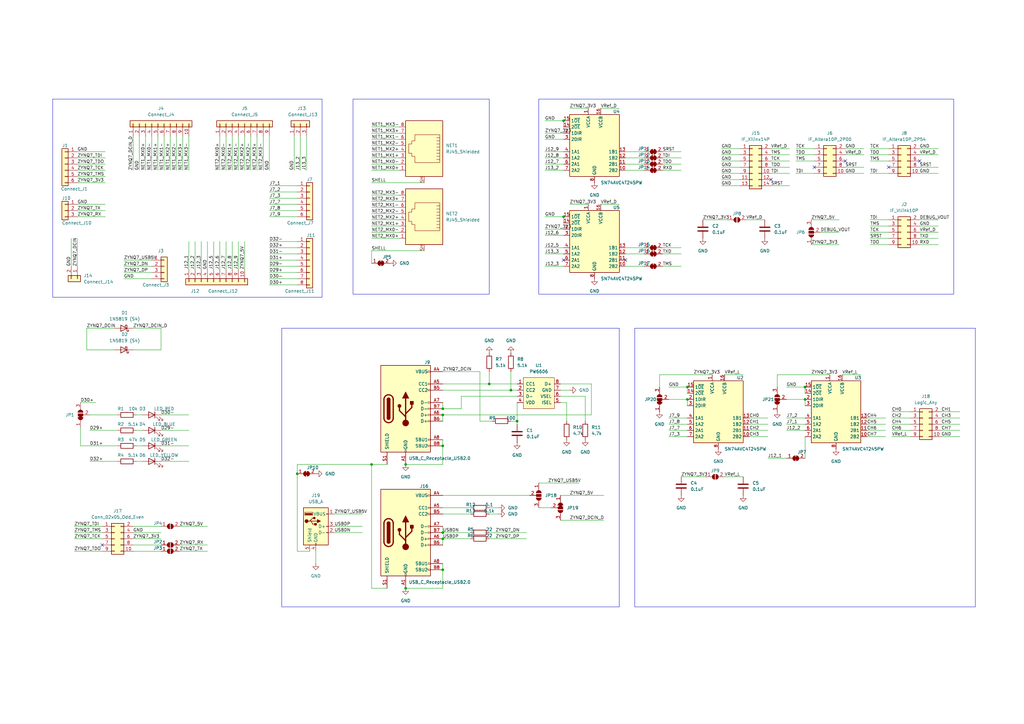
<source format=kicad_sch>
(kicad_sch (version 20230121) (generator eeschema)
  (paper "A3")
  (junction (at 281.94 163.83))
  (junction (at 200.66 157.48))
  (junction (at 181.61 220.98))
  (junction (at 231.14 88.9))
  (junction (at 181.61 170.18))
  (junction (at 330.2 163.83))
  (junction (at 121.92 194.31))
  (junction (at 212.09 172.72))
  (junction (at 152.4 190.5))
  (junction (at 181.61 167.64))
  (junction (at 181.61 233.68))
  (junction (at 166.37 190.5))
  (junction (at 281.94 158.75))
  (junction (at 166.37 241.3))
  (junction (at 231.14 49.53))
  (junction (at 181.61 182.88))
  (junction (at 181.61 218.44))
  (junction (at 330.2 158.75))
  (junction (at 209.55 160.02))
  (no_connect (at 256.54 106.68))
  (no_connect (at 316.23 73.66))
  (no_connect (at 334.01 68.58))
  (no_connect (at 346.71 66.04))
  (no_connect (at 231.14 106.68))
  (no_connect (at 377.19 66.04))
  (no_connect (at 364.49 68.58))
  (no_connect (at 41.91 223.52))
  (wire (pts (xy 31.75 67.31) (xy 43.18 67.31)))
  (wire (pts (xy 386.08 168.91) (xy 393.7 168.91)))
  (wire (pts (xy 307.34 171.45) (xy 314.96 171.45)))
  (wire (pts (xy 377.19 100.33) (xy 384.81 100.33)))
  (wire (pts (xy 233.68 44.45) (xy 241.3 44.45)))
  (wire (pts (xy 92.71 110.49) (xy 92.71 99.06)))
  (wire (pts (xy 271.78 62.23) (xy 279.4 62.23)))
  (wire (pts (xy 31.75 86.36) (xy 43.18 86.36)))
  (wire (pts (xy 152.4 67.31) (xy 163.83 67.31)))
  (wire (pts (xy 181.61 170.18) (xy 181.61 172.72)))
  (wire (pts (xy 204.47 210.82) (xy 200.66 210.82)))
  (wire (pts (xy 92.71 69.85) (xy 92.71 55.88)))
  (wire (pts (xy 295.91 68.58) (xy 303.53 68.58)))
  (wire (pts (xy 67.31 69.85) (xy 67.31 55.88)))
  (wire (pts (xy 50.8 106.68) (xy 62.23 106.68)))
  (wire (pts (xy 90.17 110.49) (xy 90.17 99.06)))
  (wire (pts (xy 377.19 90.17) (xy 384.81 90.17)))
  (wire (pts (xy 297.18 153.67) (xy 304.8 153.67)))
  (wire (pts (xy 242.57 157.48) (xy 229.87 157.48)))
  (wire (pts (xy 181.61 241.3) (xy 166.37 241.3)))
  (wire (pts (xy 346.71 71.12) (xy 354.33 71.12)))
  (wire (pts (xy 50.8 114.3) (xy 62.23 114.3)))
  (wire (pts (xy 110.49 99.06) (xy 121.92 99.06)))
  (wire (pts (xy 66.04 134.62) (xy 54.61 134.62)))
  (wire (pts (xy 281.94 163.83) (xy 281.94 166.37)))
  (wire (pts (xy 209.55 172.72) (xy 212.09 172.72)))
  (wire (pts (xy 35.56 143.51) (xy 35.56 134.62)))
  (wire (pts (xy 316.23 60.96) (xy 323.85 60.96)))
  (wire (pts (xy 223.52 104.14) (xy 231.14 104.14)))
  (wire (pts (xy 223.52 69.85) (xy 231.14 69.85)))
  (wire (pts (xy 232.41 165.1) (xy 232.41 172.72)))
  (wire (pts (xy 223.52 88.9) (xy 231.14 88.9)))
  (wire (pts (xy 307.34 176.53) (xy 314.96 176.53)))
  (wire (pts (xy 336.55 95.25) (xy 344.17 95.25)))
  (wire (pts (xy 377.19 60.96) (xy 384.81 60.96)))
  (wire (pts (xy 356.87 63.5) (xy 364.49 63.5)))
  (wire (pts (xy 346.71 68.58) (xy 354.33 68.58)))
  (wire (pts (xy 121.92 226.06) (xy 127 226.06)))
  (wire (pts (xy 355.6 179.07) (xy 363.22 179.07)))
  (wire (pts (xy 316.23 76.2) (xy 323.85 76.2)))
  (wire (pts (xy 256.54 109.22) (xy 264.16 109.22)))
  (wire (pts (xy 36.83 170.18) (xy 48.26 170.18)))
  (wire (pts (xy 54.61 223.52) (xy 66.04 223.52)))
  (wire (pts (xy 110.49 116.84) (xy 121.92 116.84)))
  (wire (pts (xy 31.75 62.23) (xy 43.18 62.23)))
  (wire (pts (xy 223.52 101.6) (xy 231.14 101.6)))
  (wire (pts (xy 200.66 152.4) (xy 200.66 157.48)))
  (wire (pts (xy 223.52 96.52) (xy 231.14 96.52)))
  (wire (pts (xy 209.55 152.4) (xy 209.55 160.02)))
  (wire (pts (xy 246.38 83.82) (xy 254 83.82)))
  (wire (pts (xy 30.48 220.98) (xy 41.91 220.98)))
  (wire (pts (xy 355.6 176.53) (xy 363.22 176.53)))
  (wire (pts (xy 365.76 168.91) (xy 373.38 168.91)))
  (wire (pts (xy 279.4 195.58) (xy 289.56 195.58)))
  (wire (pts (xy 121.92 194.31) (xy 121.92 226.06)))
  (wire (pts (xy 137.16 215.9) (xy 148.59 215.9)))
  (wire (pts (xy 97.79 69.85) (xy 97.79 55.88)))
  (wire (pts (xy 85.09 110.49) (xy 85.09 99.06)))
  (wire (pts (xy 377.19 71.12) (xy 384.81 71.12)))
  (wire (pts (xy 30.48 218.44) (xy 41.91 218.44)))
  (wire (pts (xy 229.87 162.56) (xy 240.03 162.56)))
  (wire (pts (xy 110.49 106.68) (xy 121.92 106.68)))
  (wire (pts (xy 152.4 62.23) (xy 163.83 62.23)))
  (wire (pts (xy 212.09 172.72) (xy 212.09 165.1)))
  (wire (pts (xy 137.16 218.44) (xy 148.59 218.44)))
  (wire (pts (xy 220.98 208.28) (xy 226.06 208.28)))
  (wire (pts (xy 229.87 213.36) (xy 247.65 213.36)))
  (wire (pts (xy 82.55 110.49) (xy 82.55 99.06)))
  (wire (pts (xy 200.66 218.44) (xy 215.9 218.44)))
  (wire (pts (xy 295.91 60.96) (xy 303.53 60.96)))
  (wire (pts (xy 181.61 157.48) (xy 200.66 157.48)))
  (wire (pts (xy 62.23 69.85) (xy 62.23 55.88)))
  (wire (pts (xy 66.04 170.18) (xy 77.47 170.18)))
  (wire (pts (xy 152.4 85.09) (xy 163.83 85.09)))
  (wire (pts (xy 307.34 179.07) (xy 314.96 179.07)))
  (wire (pts (xy 377.19 92.71) (xy 384.81 92.71)))
  (wire (pts (xy 356.87 97.79) (xy 364.49 97.79)))
  (wire (pts (xy 229.87 203.2) (xy 247.65 203.2)))
  (wire (pts (xy 110.49 81.28) (xy 121.92 81.28)))
  (wire (pts (xy 330.2 179.07) (xy 330.2 187.96)))
  (wire (pts (xy 295.91 73.66) (xy 303.53 73.66)))
  (wire (pts (xy 233.68 83.82) (xy 241.3 83.82)))
  (wire (pts (xy 54.61 69.85) (xy 54.61 55.88)))
  (wire (pts (xy 200.66 157.48) (xy 212.09 157.48)))
  (wire (pts (xy 356.87 71.12) (xy 364.49 71.12)))
  (wire (pts (xy 121.92 194.31) (xy 121.92 190.5)))
  (wire (pts (xy 365.76 176.53) (xy 373.38 176.53)))
  (wire (pts (xy 90.17 69.85) (xy 90.17 55.88)))
  (wire (pts (xy 73.66 215.9) (xy 85.09 215.9)))
  (wire (pts (xy 356.87 100.33) (xy 364.49 100.33)))
  (wire (pts (xy 152.4 74.93) (xy 173.99 74.93)))
  (wire (pts (xy 54.61 226.06) (xy 66.04 226.06)))
  (wire (pts (xy 152.4 59.69) (xy 163.83 59.69)))
  (wire (pts (xy 152.4 102.87) (xy 152.4 107.95)))
  (wire (pts (xy 223.52 64.77) (xy 231.14 64.77)))
  (wire (pts (xy 125.73 69.85) (xy 125.73 55.88)))
  (wire (pts (xy 181.61 182.88) (xy 181.61 190.5)))
  (wire (pts (xy 100.33 110.49) (xy 100.33 99.06)))
  (wire (pts (xy 322.58 163.83) (xy 330.2 163.83)))
  (wire (pts (xy 223.52 93.98) (xy 231.14 93.98)))
  (wire (pts (xy 356.87 60.96) (xy 364.49 60.96)))
  (wire (pts (xy 256.54 64.77) (xy 264.16 64.77)))
  (wire (pts (xy 54.61 218.44) (xy 66.04 218.44)))
  (wire (pts (xy 57.15 69.85) (xy 57.15 55.88)))
  (wire (pts (xy 270.51 153.67) (xy 292.1 153.67)))
  (wire (pts (xy 377.19 97.79) (xy 384.81 97.79)))
  (wire (pts (xy 295.91 63.5) (xy 303.53 63.5)))
  (wire (pts (xy 318.77 153.67) (xy 340.36 153.67)))
  (wire (pts (xy 274.32 179.07) (xy 281.94 179.07)))
  (wire (pts (xy 77.47 69.85) (xy 77.47 55.88)))
  (wire (pts (xy 152.4 190.5) (xy 158.75 190.5)))
  (wire (pts (xy 229.87 165.1) (xy 232.41 165.1)))
  (wire (pts (xy 223.52 109.22) (xy 231.14 109.22)))
  (wire (pts (xy 356.87 66.04) (xy 364.49 66.04)))
  (wire (pts (xy 377.19 68.58) (xy 384.81 68.58)))
  (wire (pts (xy 365.76 173.99) (xy 373.38 173.99)))
  (wire (pts (xy 231.14 49.53) (xy 231.14 52.07)))
  (wire (pts (xy 365.76 179.07) (xy 373.38 179.07)))
  (wire (pts (xy 231.14 88.9) (xy 231.14 91.44)))
  (wire (pts (xy 54.61 220.98) (xy 66.04 220.98)))
  (wire (pts (xy 326.39 66.04) (xy 334.01 66.04)))
  (wire (pts (xy 316.23 68.58) (xy 323.85 68.58)))
  (wire (pts (xy 326.39 71.12) (xy 334.01 71.12)))
  (wire (pts (xy 129.54 226.06) (xy 129.54 231.14)))
  (wire (pts (xy 29.21 109.22) (xy 29.21 97.79)))
  (wire (pts (xy 33.02 165.1) (xy 39.37 165.1)))
  (wire (pts (xy 121.92 190.5) (xy 152.4 190.5)))
  (wire (pts (xy 356.87 92.71) (xy 364.49 92.71)))
  (wire (pts (xy 66.04 176.53) (xy 77.47 176.53)))
  (wire (pts (xy 220.98 198.12) (xy 237.49 198.12)))
  (wire (pts (xy 181.61 160.02) (xy 209.55 160.02)))
  (wire (pts (xy 256.54 69.85) (xy 264.16 69.85)))
  (wire (pts (xy 33.02 182.88) (xy 48.26 182.88)))
  (wire (pts (xy 66.04 182.88) (xy 77.47 182.88)))
  (wire (pts (xy 356.87 90.17) (xy 364.49 90.17)))
  (wire (pts (xy 102.87 69.85) (xy 102.87 55.88)))
  (wire (pts (xy 330.2 158.75) (xy 330.2 161.29)))
  (wire (pts (xy 386.08 176.53) (xy 393.7 176.53)))
  (wire (pts (xy 271.78 64.77) (xy 279.4 64.77)))
  (wire (pts (xy 223.52 57.15) (xy 231.14 57.15)))
  (wire (pts (xy 110.49 109.22) (xy 121.92 109.22)))
  (wire (pts (xy 181.61 167.64) (xy 189.23 167.64)))
  (wire (pts (xy 95.25 110.49) (xy 95.25 99.06)))
  (wire (pts (xy 152.4 90.17) (xy 163.83 90.17)))
  (wire (pts (xy 31.75 72.39) (xy 43.18 72.39)))
  (wire (pts (xy 306.07 90.17) (xy 313.69 90.17)))
  (wire (pts (xy 73.66 223.52) (xy 85.09 223.52)))
  (wire (pts (xy 288.29 90.17) (xy 298.45 90.17)))
  (wire (pts (xy 110.49 78.74) (xy 121.92 78.74)))
  (wire (pts (xy 326.39 63.5) (xy 334.01 63.5)))
  (wire (pts (xy 152.4 102.87) (xy 173.99 102.87)))
  (wire (pts (xy 55.88 176.53) (xy 58.42 176.53)))
  (wire (pts (xy 69.85 69.85) (xy 69.85 55.88)))
  (wire (pts (xy 307.34 173.99) (xy 314.96 173.99)))
  (wire (pts (xy 152.4 80.01) (xy 163.83 80.01)))
  (wire (pts (xy 152.4 190.5) (xy 152.4 241.3)))
  (wire (pts (xy 181.61 170.18) (xy 242.57 170.18)))
  (wire (pts (xy 181.61 208.28) (xy 193.04 208.28)))
  (wire (pts (xy 200.66 220.98) (xy 215.9 220.98)))
  (wire (pts (xy 181.61 210.82) (xy 193.04 210.82)))
  (wire (pts (xy 181.61 220.98) (xy 181.61 223.52)))
  (wire (pts (xy 204.47 208.28) (xy 200.66 208.28)))
  (wire (pts (xy 271.78 101.6) (xy 279.4 101.6)))
  (wire (pts (xy 31.75 88.9) (xy 43.18 88.9)))
  (wire (pts (xy 322.58 158.75) (xy 330.2 158.75)))
  (wire (pts (xy 110.49 55.88) (xy 110.49 69.85)))
  (wire (pts (xy 355.6 173.99) (xy 363.22 173.99)))
  (wire (pts (xy 95.25 69.85) (xy 95.25 55.88)))
  (wire (pts (xy 271.78 109.22) (xy 279.4 109.22)))
  (wire (pts (xy 297.18 195.58) (xy 304.8 195.58)))
  (wire (pts (xy 181.61 218.44) (xy 193.04 218.44)))
  (wire (pts (xy 355.6 171.45) (xy 363.22 171.45)))
  (wire (pts (xy 271.78 104.14) (xy 279.4 104.14)))
  (wire (pts (xy 223.52 67.31) (xy 231.14 67.31)))
  (wire (pts (xy 181.61 165.1) (xy 181.61 167.64)))
  (wire (pts (xy 74.93 69.85) (xy 74.93 55.88)))
  (wire (pts (xy 97.79 110.49) (xy 97.79 99.06)))
  (wire (pts (xy 386.08 173.99) (xy 393.7 173.99)))
  (wire (pts (xy 50.8 111.76) (xy 62.23 111.76)))
  (wire (pts (xy 223.52 54.61) (xy 231.14 54.61)))
  (wire (pts (xy 46.99 134.62) (xy 35.56 134.62)))
  (wire (pts (xy 31.75 83.82) (xy 43.18 83.82)))
  (wire (pts (xy 152.4 54.61) (xy 163.83 54.61)))
  (wire (pts (xy 223.52 49.53) (xy 231.14 49.53)))
  (wire (pts (xy 152.4 57.15) (xy 163.83 57.15)))
  (wire (pts (xy 120.65 69.85) (xy 120.65 55.88)))
  (wire (pts (xy 152.4 64.77) (xy 163.83 64.77)))
  (wire (pts (xy 274.32 176.53) (xy 281.94 176.53)))
  (wire (pts (xy 55.88 182.88) (xy 58.42 182.88)))
  (wire (pts (xy 365.76 171.45) (xy 373.38 171.45)))
  (wire (pts (xy 274.32 158.75) (xy 281.94 158.75)))
  (wire (pts (xy 223.52 62.23) (xy 231.14 62.23)))
  (wire (pts (xy 110.49 111.76) (xy 121.92 111.76)))
  (wire (pts (xy 386.08 179.07) (xy 393.7 179.07)))
  (wire (pts (xy 72.39 69.85) (xy 72.39 55.88)))
  (wire (pts (xy 87.63 110.49) (xy 87.63 99.06)))
  (wire (pts (xy 55.88 189.23) (xy 58.42 189.23)))
  (wire (pts (xy 316.23 63.5) (xy 323.85 63.5)))
  (wire (pts (xy 181.61 220.98) (xy 193.04 220.98)))
  (wire (pts (xy 110.49 101.6) (xy 121.92 101.6)))
  (wire (pts (xy 55.88 170.18) (xy 58.42 170.18)))
  (wire (pts (xy 54.61 215.9) (xy 66.04 215.9)))
  (wire (pts (xy 316.23 66.04) (xy 323.85 66.04)))
  (wire (pts (xy 31.75 74.93) (xy 43.18 74.93)))
  (wire (pts (xy 66.04 143.51) (xy 54.61 143.51)))
  (wire (pts (xy 33.02 175.26) (xy 33.02 182.88)))
  (wire (pts (xy 36.83 176.53) (xy 48.26 176.53)))
  (wire (pts (xy 152.4 97.79) (xy 163.83 97.79)))
  (wire (pts (xy 274.32 171.45) (xy 281.94 171.45)))
  (wire (pts (xy 345.44 153.67) (xy 353.06 153.67)))
  (wire (pts (xy 322.58 173.99) (xy 330.2 173.99)))
  (wire (pts (xy 80.01 110.49) (xy 80.01 99.06)))
  (wire (pts (xy 189.23 162.56) (xy 212.09 162.56)))
  (wire (pts (xy 152.4 82.55) (xy 163.83 82.55)))
  (wire (pts (xy 66.04 189.23) (xy 77.47 189.23)))
  (wire (pts (xy 295.91 66.04) (xy 303.53 66.04)))
  (wire (pts (xy 295.91 71.12) (xy 303.53 71.12)))
  (wire (pts (xy 31.75 64.77) (xy 43.18 64.77)))
  (wire (pts (xy 356.87 95.25) (xy 364.49 95.25)))
  (wire (pts (xy 322.58 176.53) (xy 330.2 176.53)))
  (wire (pts (xy 326.39 60.96) (xy 334.01 60.96)))
  (wire (pts (xy 196.85 152.4) (xy 196.85 172.72)))
  (wire (pts (xy 189.23 167.64) (xy 189.23 162.56)))
  (wire (pts (xy 100.33 69.85) (xy 100.33 55.88)))
  (wire (pts (xy 318.77 158.75) (xy 318.77 153.67)))
  (wire (pts (xy 181.61 152.4) (xy 196.85 152.4)))
  (wire (pts (xy 46.99 143.51) (xy 35.56 143.51)))
  (wire (pts (xy 322.58 171.45) (xy 330.2 171.45)))
  (wire (pts (xy 110.49 88.9) (xy 121.92 88.9)))
  (wire (pts (xy 152.4 92.71) (xy 163.83 92.71)))
  (wire (pts (xy 77.47 110.49) (xy 77.47 99.06)))
  (wire (pts (xy 274.32 173.99) (xy 281.94 173.99)))
  (wire (pts (xy 281.94 158.75) (xy 281.94 161.29)))
  (wire (pts (xy 181.61 231.14) (xy 181.61 233.68)))
  (wire (pts (xy 240.03 162.56) (xy 240.03 172.72)))
  (wire (pts (xy 346.71 63.5) (xy 354.33 63.5)))
  (wire (pts (xy 242.57 170.18) (xy 242.57 157.48)))
  (wire (pts (xy 386.08 171.45) (xy 393.7 171.45)))
  (wire (pts (xy 256.54 104.14) (xy 264.16 104.14)))
  (wire (pts (xy 152.4 241.3) (xy 158.75 241.3)))
  (wire (pts (xy 64.77 69.85) (xy 64.77 55.88)))
  (wire (pts (xy 314.96 187.96) (xy 322.58 187.96)))
  (wire (pts (xy 181.61 180.34) (xy 181.61 182.88)))
  (wire (pts (xy 246.38 44.45) (xy 254 44.45)))
  (wire (pts (xy 152.4 87.63) (xy 163.83 87.63)))
  (wire (pts (xy 152.4 52.07) (xy 163.83 52.07)))
  (wire (pts (xy 330.2 163.83) (xy 330.2 166.37)))
  (wire (pts (xy 270.51 158.75) (xy 270.51 153.67)))
  (wire (pts (xy 36.83 189.23) (xy 48.26 189.23)))
  (wire (pts (xy 181.61 215.9) (xy 181.61 218.44)))
  (wire (pts (xy 66.04 134.62) (xy 66.04 143.51)))
  (wire (pts (xy 59.69 69.85) (xy 59.69 55.88)))
  (wire (pts (xy 229.87 160.02) (xy 233.68 160.02)))
  (wire (pts (xy 110.49 83.82) (xy 121.92 83.82)))
  (wire (pts (xy 256.54 62.23) (xy 264.16 62.23)))
  (wire (pts (xy 332.74 100.33) (xy 344.17 100.33)))
  (wire (pts (xy 196.85 172.72) (xy 201.93 172.72)))
  (wire (pts (xy 73.66 226.06) (xy 85.09 226.06)))
  (wire (pts (xy 107.95 69.85) (xy 107.95 55.88)))
  (wire (pts (xy 256.54 67.31) (xy 264.16 67.31)))
  (wire (pts (xy 256.54 101.6) (xy 264.16 101.6)))
  (wire (pts (xy 123.19 69.85) (xy 123.19 55.88)))
  (wire (pts (xy 105.41 69.85) (xy 105.41 55.88)))
  (wire (pts (xy 377.19 95.25) (xy 384.81 95.25)))
  (wire (pts (xy 137.16 210.82) (xy 148.59 210.82)))
  (wire (pts (xy 31.75 109.22) (xy 31.75 97.79)))
  (wire (pts (xy 110.49 114.3) (xy 121.92 114.3)))
  (wire (pts (xy 110.49 104.14) (xy 121.92 104.14)))
  (wire (pts (xy 295.91 76.2) (xy 303.53 76.2)))
  (wire (pts (xy 274.32 163.83) (xy 281.94 163.83)))
  (wire (pts (xy 332.74 90.17) (xy 344.17 90.17)))
  (wire (pts (xy 152.4 95.25) (xy 163.83 95.25)))
  (wire (pts (xy 31.75 69.85) (xy 43.18 69.85)))
  (wire (pts (xy 377.19 63.5) (xy 384.81 63.5)))
  (wire (pts (xy 209.55 160.02) (xy 212.09 160.02)))
  (wire (pts (xy 271.78 67.31) (xy 279.4 67.31)))
  (wire (pts (xy 181.61 203.2) (xy 217.17 203.2)))
  (wire (pts (xy 50.8 109.22) (xy 62.23 109.22)))
  (wire (pts (xy 110.49 76.2) (xy 121.92 76.2)))
  (wire (pts (xy 346.71 60.96) (xy 354.33 60.96)))
  (wire (pts (xy 181.61 233.68) (xy 181.61 241.3)))
  (wire (pts (xy 271.78 69.85) (xy 279.4 69.85)))
  (wire (pts (xy 181.61 190.5) (xy 166.37 190.5)))
  (wire (pts (xy 212.09 173.99) (xy 212.09 172.72)))
  (wire (pts (xy 30.48 226.06) (xy 41.91 226.06)))
  (wire (pts (xy 30.48 215.9) (xy 41.91 215.9)))
  (wire (pts (xy 152.4 69.85) (xy 163.83 69.85)))
  (wire (pts (xy 110.49 86.36) (xy 121.92 86.36)))
  (wire (pts (xy 316.23 71.12) (xy 323.85 71.12)))
  (rectangle (start 115.57 134.62) (end 254 248.92))
  (rectangle (start 260.35 134.62) (end 400.05 248.92))
  (rectangle (start 144.78 40.64) (end 200.66 120.65))
  (rectangle (start 220.98 40.64) (end 391.16 120.65))
  (rectangle (start 21.59 40.64) (end 132.08 121.92))
  (label "GND" (at 85.09 110.49 90))
  (label "CH0" (at 365.76 168.91 0))
  (label "ZYNQ7_TMS" (at 30.48 218.44 0))
  (label "NET1_MX3-" (at 77.47 69.85 90))
  (label "ZYNQ7_USB5V" (at 50.8 106.68 0))
  (label "GND" (at 29.21 109.22 90))
  (label "ZYNQ7_RX" (at 73.66 223.52 0))
  (label "VRef_L" (at 297.18 195.58 0))
  (label "TXD" (at 377.19 97.79 0))
  (label "VRef_D" (at 246.38 44.45 0))
  (label "GND" (at 31.75 62.23 0))
  (label "CH2" (at 307.34 176.53 0))
  (label "J12_5" (at 223.52 101.6 0))
  (label "J7_9" (at 274.32 171.45 0))
  (label "J13_3" (at 223.52 104.14 0))
  (label "NET2_MX1-" (at 97.79 69.85 90))
  (label "J13_2" (at 123.19 69.85 90))
  (label "NET2_MX0+" (at 152.4 97.79 0))
  (label "NET1_MX1+" (at 152.4 64.77 0))
  (label "D31-" (at 66.04 182.88 0))
  (label "DEBUG_VOUT" (at 377.19 90.17 0))
  (label "GND" (at 223.52 49.53 0))
  (label "TMS" (at 326.39 66.04 0))
  (label "ZYNQ7_3V3" (at 54.61 220.98 0))
  (label "TDI" (at 356.87 90.17 0))
  (label "GND" (at 386.08 179.07 0))
  (label "ZYNQ7_3V3" (at 332.74 100.33 0))
  (label "D32+" (at 36.83 189.23 0))
  (label "D32-" (at 110.49 99.06 0))
  (label "ZYNQ7_5V" (at 332.74 90.17 0))
  (label "ZYNQ7_3V3" (at 233.68 44.45 0))
  (label "NET1_MX3+" (at 152.4 54.61 0))
  (label "D29-" (at 110.49 109.22 0))
  (label "J12_7" (at 223.52 67.31 0))
  (label "GND" (at 377.19 92.71 0))
  (label "D29+" (at 110.49 111.76 0))
  (label "TDO" (at 271.78 67.31 0))
  (label "VRef_L" (at 365.76 179.07 0))
  (label "TCK" (at 326.39 60.96 0))
  (label "GND" (at 223.52 88.9 0))
  (label "J12_1" (at 314.96 187.96 0))
  (label "NET2_MX2+" (at 152.4 90.17 0))
  (label "D31-" (at 110.49 104.14 0))
  (label "CH4" (at 355.6 171.45 0))
  (label "CH2" (at 365.76 171.45 0))
  (label "NET1_MX2+" (at 69.85 69.85 90))
  (label "VRef_D" (at 246.38 83.82 0))
  (label "ZYNQ7_TDO" (at 30.48 226.06 0))
  (label "GND" (at 50.8 114.3 0))
  (label "SRST" (at 356.87 97.79 0))
  (label "TCK" (at 356.87 95.25 0))
  (label "NET2_MX0-" (at 152.4 95.25 0))
  (label "J13_2" (at 223.52 69.85 0))
  (label "NET1_MX0+" (at 152.4 69.85 0))
  (label "ZYNQ7_DCIN_D" (at 233.68 213.36 0))
  (label "TCK" (at 271.78 101.6 0))
  (label "NET2_MX1+" (at 152.4 92.71 0))
  (label "GND" (at 295.91 71.12 0))
  (label "TDI" (at 356.87 71.12 0))
  (label "NET2_MX3-" (at 107.95 69.85 90))
  (label "NET2_MX3+" (at 105.41 69.85 90))
  (label "VRef_L" (at 297.18 153.67 0))
  (label "TMS" (at 316.23 63.5 0))
  (label "CH6" (at 355.6 176.53 0))
  (label "SHELL" (at 152.4 102.87 0))
  (label "NET2_MX2+" (at 100.33 69.85 90))
  (label "SRST" (at 271.78 62.23 0))
  (label "VRef_D" (at 377.19 63.5 0))
  (label "ZYNQ7_5V" (at 73.66 215.9 0))
  (label "NET1_MX1-" (at 67.31 69.85 90))
  (label "TMS" (at 271.78 109.22 0))
  (label "D30+" (at 33.02 165.1 0))
  (label "VRef_L" (at 345.44 153.67 0))
  (label "J7_9" (at 110.49 88.9 0))
  (label "ZYNQ7_TX" (at 31.75 86.36 0))
  (label "NET1_MX0-" (at 62.23 69.85 90))
  (label "NET2_MX1+" (at 95.25 69.85 90))
  (label "J12_6" (at 223.52 96.52 0))
  (label "J7_2" (at 322.58 171.45 0))
  (label "GND" (at 54.61 218.44 0))
  (label "D31+" (at 110.49 106.68 0))
  (label "GND" (at 120.65 69.85 90))
  (label "NET2_MX2-" (at 152.4 87.63 0))
  (label "J7_2" (at 110.49 78.74 0))
  (label "J12_2" (at 80.01 110.49 90))
  (label "GND" (at 322.58 158.75 0))
  (label "CH3" (at 386.08 171.45 0))
  (label "ZYNQ7_DCIN_D" (at 54.61 134.62 0))
  (label "GND" (at 31.75 83.82 0))
  (label "NET2_MX0-" (at 92.71 69.85 90))
  (label "GND" (at 223.52 57.15 0))
  (label "ZYNQ7_3V3" (at 31.75 74.93 0))
  (label "GND" (at 377.19 60.96 0))
  (label "NET2_MX0+" (at 90.17 69.85 90))
  (label "USBDN" (at 181.61 218.44 0))
  (label "D31+" (at 36.83 182.88 0))
  (label "ZYNQ7_3V3" (at 223.52 93.98 0))
  (label "SRST" (at 316.23 76.2 0))
  (label "D32+" (at 110.49 101.6 0))
  (label "J12_8" (at 223.52 64.77 0))
  (label "NET2_MX2-" (at 102.87 69.85 90))
  (label "CH5" (at 355.6 173.99 0))
  (label "J12_1" (at 77.47 110.395 90))
  (label "VRef_D" (at 306.07 90.17 0))
  (label "NET2_MX1-" (at 152.4 85.09 0))
  (label "USBDN" (at 137.16 218.44 0))
  (label "TDI" (at 316.23 71.12 0))
  (label "RXD" (at 271.78 69.85 0))
  (label "SHELL" (at 152.4 74.93 0))
  (label "J12_8" (at 95.25 110.49 90))
  (label "GND" (at 295.91 73.66 0))
  (label "ZYNQ7_TMS" (at 31.75 72.39 0))
  (label "GND" (at 295.91 60.96 0))
  (label "ZYNQ7_DP" (at 203.2 220.98 0))
  (label "NET1_MX2-" (at 72.39 69.85 90))
  (label "NET1_MX2+" (at 152.4 62.23 0))
  (label "NET1_MX1-" (at 152.4 57.15 0))
  (label "J12_5" (at 87.63 110.49 90))
  (label "TDO" (at 356.87 100.33 0))
  (label "ZYNQ7_RX" (at 31.75 88.9 0))
  (label "ZYNQ7_TCK" (at 30.48 220.98 0))
  (label "ZYNQ7_DP" (at 50.8 111.76 0))
  (label "NET1_MX2-" (at 152.4 59.69 0))
  (label "J7_3" (at 274.32 179.07 0))
  (label "GND" (at 57.15 69.85 90))
  (label "TCK" (at 356.87 60.96 0))
  (label "TMS" (at 356.87 66.04 0))
  (label "GND" (at 295.91 63.5 0))
  (label "D29-" (at 66.04 176.53 0))
  (label "J7_8" (at 274.32 173.99 0))
  (label "ZYNQ7_TDI" (at 30.48 215.9 0))
  (label "J12_3" (at 223.52 109.22 0))
  (label "D29+" (at 36.83 176.53 0))
  (label "J7_7" (at 110.49 83.82 0))
  (label "ZYNQ7_DCIN" (at 35.56 134.62 0))
  (label "J12_3" (at 82.55 110.49 90))
  (label "ZYNQ7_USB5V" (at 224.79 198.12 0))
  (label "TCK" (at 316.23 66.04 0))
  (label "ZYNQ7_DCIN" (at 181.61 152.4 0))
  (label "NET1_MX1+" (at 64.77 69.85 90))
  (label "VRef_D" (at 346.71 63.5 0))
  (label "J12_9" (at 97.79 110.49 90))
  (label "NET1_MX3+" (at 74.93 69.85 90))
  (label "ZYNQ7_3V3" (at 279.4 195.58 0))
  (label "J7_3" (at 110.49 81.28 0))
  (label "TDO" (at 356.87 63.5 0))
  (label "VRef_D" (at 377.19 95.25 0))
  (label "CH4" (at 365.76 173.99 0))
  (label "GND" (at 295.91 66.04 0))
  (label "CH7" (at 386.08 176.53 0))
  (label "ZYNQ7_3V3" (at 332.74 153.67 0))
  (label "CH6" (at 365.76 176.53 0))
  (label "ZYNQ7_TX" (at 73.66 226.06 0))
  (label "ZYNQ7_5V" (at 100.33 110.49 90))
  (label "TMS" (at 356.87 92.71 0))
  (label "ZYNQ7_3V3" (at 288.29 90.17 0))
  (label "SRST" (at 377.19 68.58 0))
  (label "ZYNQ7_TDO" (at 31.75 67.31 0))
  (label "NET1_MX3-" (at 152.4 52.07 0))
  (label "CH5" (at 386.08 173.99 0))
  (label "J12_6" (at 90.17 110.49 90))
  (label "GND" (at 274.32 158.75 0))
  (label "TDO" (at 326.39 63.5 0))
  (label "ZYNQ7_DN" (at 50.8 109.22 0))
  (label "CH3" (at 307.34 179.07 0))
  (label "TDO" (at 316.23 68.58 0))
  (label "VRef_D" (at 316.23 60.96 0))
  (label "D30-" (at 110.49 114.3 0))
  (label "ZYNQ7_DCIN_D" (at 54.61 69.85 90))
  (label "CH1" (at 307.34 173.99 0))
  (label "GND" (at 295.91 68.58 0))
  (label "RXD" (at 377.19 100.33 0))
  (label "ZYNQ7_5V" (at 233.68 203.2 0))
  (label "NET2_MX3-" (at 152.4 80.01 0))
  (label "TDI" (at 271.78 64.77 0))
  (label "J7_8" (at 110.49 86.36 0))
  (label "ZYNQ7_DN" (at 203.2 218.44 0))
  (label "NET1_MX0-" (at 152.4 67.31 0))
  (label "ZYNQ7_TCK" (at 31.75 69.85 0))
  (label "ZYNQ7_USB5V" (at 137.16 210.82 0))
  (label "CH0" (at 307.34 171.45 0))
  (label "J7_1" (at 322.58 173.99 0))
  (label "NET2_MX3+" (at 152.4 82.55 0))
  (label "J7_1" (at 110.49 76.2 0))
  (label "CH7" (at 355.6 179.07 0))
  (label "ZYNQ7_3V3" (at 233.68 83.82 0))
  (label "TDI" (at 326.39 71.12 0))
  (label "TXD" (at 271.78 104.14 0))
  (label "J13_3" (at 125.73 69.85 90))
  (label "ZYNQ7_3V3" (at 223.52 54.61 0))
  (label "ZYNQ7_3V3" (at 284.48 153.67 0))
  (label "J12_2" (at 322.58 176.53 0))
  (label "D32-" (at 66.04 189.23 0))
  (label "GND" (at 295.91 76.2 0))
  (label "USBDP" (at 137.16 215.9 0))
  (label "NET1_MX0+" (at 59.69 69.85 90))
  (label "CH1" (at 386.08 168.91 0))
  (label "GND" (at 110.49 69.85 90))
  (label "ZYNQ7_DCIN" (at 31.75 109.22 90))
  (label "D30+" (at 110.49 116.84 0))
  (label "D30-" (at 66.04 170.18 0))
  (label "J12_7" (at 92.71 110.49 90))
  (label "DEBUG_VOUT" (at 336.55 95.25 0))
  (label "USBDP" (at 181.61 220.98 0))
  (label "GND" (at 346.71 60.96 0))
  (label "GND" (at 377.19 71.12 0))
  (label "ZYNQ7_TDI" (at 31.75 64.77 0))
  (label "J12_9" (at 223.52 62.23 0))
  (label "J7_7" (at 274.32 176.53 0))
  (label "SRST" (at 346.71 68.58 0))
  (label "GND" (at 346.71 71.12 0))
  (symbol (lib_id "Connector_Generic:Conn_01x09") (at 100.33 50.8 90) (unit 1)
    (property "Reference" "J5" (at 100.33 44.45 90))
    (property "Value" "Connect_J5" (at 100.33 46.99 90))
    (property "Footprint" "Connector_PinSocket_2.54mm:PinSocket_1x09_P2.54mm_Vertical_SMD_Pin1Left" (effects hide))
  )
  (symbol (lib_id "Jumper:SolderJumper_3_Bridged12") (at 33.02 170.18 90) (unit 1)
    (property "Reference" "JP1" (at 30.48 170.18 90) (effects (justify left)))
    (property "Value" "SolderJumper_3_Bridged12" (effects hide))
    (property "Footprint" "Jumper:SolderJumper-3_P1.3mm_Bridged12_RoundedPad1.0x1.5mm" (effects hide))
  )
  (symbol (lib_id "Logic_LevelTranslator:SN74AVC4T245PW") (at 243.84 99.06 0) (unit 1)
    (property "Reference" "U5" (at 251.46 85.09 0) (effects (justify left)))
    (property "Value" "SN74AVC4T245PW" (at 246.38 114.3 0) (effects (justify left)))
    (property "Footprint" "Package_SO:TSSOP-16_4.4x5mm_P0.65mm" (effects hide))
    (property "Datasheet" "https://www.ti.com/lit/ds/symlink/sn74avc4t245.pdf" (effects hide))
  )
  (symbol (lib_id "power:GND") (at 204.47 210.82 90) (unit 1)
    (property "Reference" "#PWR017" (effects hide))
    (property "Value" "GND" (at 208.28 210.82 90) (effects (justify right)))
  )
  (symbol (lib_id "power:GND") (at 270.51 168.91 0) (unit 1)
    (property "Reference" "#PWR022" (effects hide))
    (property "Value" "GND" (at 270.51 173.99 0))
  )
  (symbol (lib_id "Connector_Generic:Conn_02x05_Odd_Even") (at 378.46 173.99 0) (unit 1)
    (property "Reference" "J18" (at 379.73 162.56 0))
    (property "Value" "Logic_Any" (at 379.73 165.1 0))
    (property "Footprint" "Connector_IDC:IDC-Header_2x05_P2.54mm_Horizontal" (effects hide))
  )
  (symbol (lib_id "Connector_Generic:Conn_01x03") (at 123.19 50.8 90) (unit 1)
    (property "Reference" "J13" (at 121.92 44.45 90) (effects (justify right)))
    (property "Value" "Connect_J13" (at 118.11 46.99 90) (effects (justify right)))
    (property "Footprint" "Connector_Hirose:Hirose_DF13C_CL535-0403-5-51_1x03-1MP_P1.25mm_Vertical" (effects hide))
  )
  (symbol (lib_id "power:GND") (at 129.54 194.31 90) (unit 1)
    (property "Reference" "#PWR07" (effects hide))
    (property "Value" "GND" (at 133.35 194.31 90) (effects (justify right)))
  )
  (symbol (lib_id "Device:C") (at 212.09 177.8 0) (unit 1)
    (property "Reference" "C1" (at 215.9 176.53 0) (effects (justify left)))
    (property "Value" "0.1uF" (at 215.9 179.07 0) (effects (justify left)))
    (property "Footprint" "Capacitor_SMD:C_0402_1005Metric" (effects hide))
  )
  (symbol (lib_id "Device:D_Schottky") (at 50.8 134.62 180) (unit 1)
    (property "Reference" "D1" (at 51.1175 128.27 0))
    (property "Value" "1N5819 (S4)" (at 51.1175 130.81 0))
    (property "Footprint" "vllogic:D_SOD-323_BAT60" (effects hide))
  )
  (symbol (lib_id "power:GND") (at 294.64 184.15 0) (unit 1)
    (property "Reference" "#PWR03" (effects hide))
    (property "Value" "GND" (at 294.64 189.23 0))
  )
  (symbol (lib_id "power:GND") (at 204.47 208.28 90) (unit 1)
    (property "Reference" "#PWR016" (effects hide))
    (property "Value" "GND" (at 208.28 208.28 90) (effects (justify right)))
  )
  (symbol (lib_id "Connector_Generic:Conn_02x05_Odd_Even") (at 339.09 66.04 0) (unit 1)
    (property "Reference" "J6" (at 340.36 54.61 0))
    (property "Value" "IF_Altera10P_2P00" (at 340.36 57.15 0))
    (property "Footprint" "Connector_PinHeader_2.00mm:PinHeader_2x05_P2.00mm_Vertical" (effects hide))
  )
  (symbol (lib_id "vllogic_chip:PW6606") (at 220.98 161.29 0) (unit 1)
    (property "Reference" "U1" (at 220.98 149.86 0))
    (property "Value" "PW6606" (at 220.98 152.4 0))
    (property "Footprint" "vllogic:CPC8" (effects hide))
  )
  (symbol (lib_id "Connector:USB_A") (at 129.54 215.9 0) (unit 1)
    (property "Reference" "J19" (at 129.54 203.2 0))
    (property "Value" "USB_A" (at 129.54 205.74 0))
    (property "Footprint" "Connector_USB:USB_A_TE_292303-7_Horizontal" (effects hide))
    (property "Datasheet" " ~" (effects hide))
  )
  (symbol (lib_id "Connector_Generic:Conn_02x05_Odd_Even") (at 369.57 95.25 0) (unit 1)
    (property "Reference" "J2" (at 370.84 83.82 0))
    (property "Value" "IF_Vllink10P" (at 370.84 86.36 0))
    (property "Footprint" "Connector_IDC:IDC-Header_2x05_P2.54mm_Horizontal" (effects hide))
  )
  (symbol (lib_id "power:GND") (at 313.69 97.79 0) (unit 1)
    (property "Reference" "#PWR019" (effects hide))
    (property "Value" "GND" (at 313.69 102.87 0))
  )
  (symbol (lib_id "Jumper:SolderJumper_3_Open") (at 332.74 95.25 90) (unit 1)
    (property "Reference" "JP6" (at 330.2 95.25 90) (effects (justify left)))
    (property "Value" "SolderJumper_3_Open" (effects hide))
    (property "Footprint" "Jumper:SolderJumper-3_P1.3mm_Open_RoundedPad1.0x1.5mm" (effects hide))
  )
  (symbol (lib_id "Jumper:SolderJumper_2_Bridged") (at 267.97 109.22 0) (unit 1)
    (property "Reference" "JP17" (at 264.16 107.95 0))
    (property "Value" "SolderJumper_2_Bridged" (effects hide))
    (property "Footprint" "Jumper:SolderJumper-2_P1.3mm_Bridged_RoundedPad1.0x1.5mm" (effects hide))
  )
  (symbol (lib_id "Jumper:SolderJumper_2_Open") (at 302.26 90.17 0) (unit 1)
    (property "Reference" "JP8" (at 302.26 87.63 0))
    (property "Value" "SolderJumper_2_Open" (effects hide))
    (property "Footprint" "Jumper:SolderJumper-2_P1.3mm_Open_RoundedPad1.0x1.5mm" (effects hide))
  )
  (symbol (lib_id "Jumper:SolderJumper_2_Bridged") (at 267.97 104.14 0) (unit 1)
    (property "Reference" "JP16" (at 264.16 102.87 0))
    (property "Value" "SolderJumper_2_Bridged" (effects hide))
    (property "Footprint" "Jumper:SolderJumper-2_P1.3mm_Bridged_RoundedPad1.0x1.5mm" (effects hide))
  )
  (symbol (lib_id "Device:C") (at 288.29 93.98 0) (unit 1)
    (property "Reference" "C2" (at 292.1 92.71 0) (effects (justify left)))
    (property "Value" "0.1uF" (at 292.1 95.25 0) (effects (justify left)))
    (property "Footprint" "Capacitor_SMD:C_0402_1005Metric" (effects hide))
  )
  (symbol (lib_id "power:GND") (at 166.37 190.5 0) (unit 1)
    (property "Reference" "#PWR09" (effects hide))
    (property "Value" "GND" (at 166.37 195.58 0))
  )
  (symbol (lib_id "power:GND") (at 200.66 144.78 180) (unit 1)
    (property "Reference" "#PWR010" (effects hide))
    (property "Value" "GND" (at 200.66 139.7 0))
  )
  (symbol (lib_id "Connector:RJ45_Shielded") (at 173.99 62.23 0) (mirror y) (unit 1)
    (property "Reference" "NET1" (at 182.88 59.69 0) (effects (justify right)))
    (property "Value" "RJ45_Shielded" (at 182.88 62.23 0) (effects (justify right)))
    (property "Footprint" "Connector_RJ:RJ45_Amphenol_RJHSE5380" (effects hide))
  )
  (symbol (lib_id "Device:R") (at 196.85 210.82 90) (unit 1)
    (property "Reference" "R13" (at 193.04 209.55 90))
    (property "Value" "5.1k" (at 200.66 209.55 90))
    (property "Footprint" "Resistor_SMD:R_0402_1005Metric" (effects hide))
  )
  (symbol (lib_id "power:GND") (at 166.37 241.3 0) (unit 1)
    (property "Reference" "#PWR08" (effects hide))
    (property "Value" "GND" (at 166.37 246.38 0))
  )
  (symbol (lib_id "Jumper:SolderJumper_2_Bridged") (at 267.97 67.31 0) (unit 1)
    (property "Reference" "JP13" (at 264.16 66.04 0))
    (property "Value" "SolderJumper_2_Bridged" (effects hide))
    (property "Footprint" "Jumper:SolderJumper-2_P1.3mm_Bridged_RoundedPad1.0x1.5mm" (effects hide))
  )
  (symbol (lib_id "power:GND") (at 212.09 181.61 0) (unit 1)
    (property "Reference" "#PWR012" (effects hide))
    (property "Value" "GND" (at 212.09 186.69 0))
  )
  (symbol (lib_id "power:GND") (at 288.29 97.79 0) (unit 1)
    (property "Reference" "#PWR018" (effects hide))
    (property "Value" "GND" (at 288.29 102.87 0))
  )
  (symbol (lib_id "Jumper:SolderJumper_2_Bridged") (at 267.97 69.85 0) (unit 1)
    (property "Reference" "JP14" (at 264.16 68.58 0))
    (property "Value" "SolderJumper_2_Bridged" (effects hide))
    (property "Footprint" "Jumper:SolderJumper-2_P1.3mm_Bridged_RoundedPad1.0x1.5mm" (effects hide))
  )
  (symbol (lib_id "Device:R") (at 52.07 182.88 90) (unit 1)
    (property "Reference" "R3" (at 49.53 180.34 90))
    (property "Value" "47k" (at 54.61 180.34 90))
    (property "Footprint" "Resistor_SMD:R_0402_1005Metric" (effects hide))
  )
  (symbol (lib_id "Connector:USB_C_Receptacle_USB2.0") (at 166.37 218.44 0) (unit 1)
    (property "Reference" "J16" (at 173.99 199.39 0))
    (property "Value" "USB_C_Receptacle_USB2.0" (at 180.34 238.76 0))
    (property "Footprint" "Connector_USB:USB_C_Receptacle_GCT_USB4105-xx-A_16P_TopMnt_Horizontal" (effects hide))
    (property "Datasheet" "https://www.usb.org/sites/default/files/documents/usb_type-c.zip" (effects hide))
  )
  (symbol (lib_id "Jumper:SolderJumper_2_Open") (at 69.85 215.9 0) (unit 1)
    (property "Reference" "JP4" (at 64.77 214.63 0))
    (property "Value" "SolderJumper_2_Open" (effects hide))
    (property "Footprint" "Jumper:SolderJumper-2_P1.3mm_Open_RoundedPad1.0x1.5mm" (effects hide))
  )
  (symbol (lib_id "Connector_Generic:Conn_01x10") (at 87.63 115.57 90) (mirror x) (unit 1)
    (property "Reference" "J12" (at 80.01 119.38 90))
    (property "Value" "Connect_J12" (at 91.44 119.38 90))
    (property "Footprint" "Connector_Hirose:Hirose_DF13C_CL535-0410-4-51_1x10-1MP_P1.25mm_Vertical" (effects hide))
  )
  (symbol (lib_id "Device:D_Schottky") (at 50.8 143.51 180) (unit 1)
    (property "Reference" "D2" (at 51.1175 137.16 0))
    (property "Value" "1N5819 (S4)" (at 51.1175 139.7 0))
    (property "Footprint" "vllogic:D_SOD-323_BAT60" (effects hide))
  )
  (symbol (lib_id "Device:R") (at 52.07 170.18 90) (unit 1)
    (property "Reference" "R1" (at 49.53 167.64 90))
    (property "Value" "10k" (at 54.61 167.64 90))
    (property "Footprint" "Resistor_SMD:R_0402_1005Metric" (effects hide))
  )
  (symbol (lib_id "Device:R") (at 232.41 176.53 0) (unit 1)
    (property "Reference" "R10" (at 234.95 175.26 0) (effects (justify left)))
    (property "Value" "4.7k" (at 234.95 177.8 0) (effects (justify left)))
    (property "Footprint" "Resistor_SMD:R_0402_1005Metric" (effects hide))
  )
  (symbol (lib_id "Connector:RJ45_Shielded") (at 173.99 90.17 0) (mirror y) (unit 1)
    (property "Reference" "NET2" (at 182.88 87.63 0) (effects (justify right)))
    (property "Value" "RJ45_Shielded" (at 182.88 90.17 0) (effects (justify right)))
    (property "Footprint" "Connector_RJ:RJ45_Amphenol_RJHSE5380" (effects hide))
  )
  (symbol (lib_id "Connector_Generic:Conn_01x04") (at 67.31 109.22 0) (unit 1)
    (property "Reference" "J3" (at 64.77 102.87 0) (effects (justify left)))
    (property "Value" "Connect_J3" (at 58.42 116.84 0) (effects (justify left)))
    (property "Footprint" "Connector_PinSocket_2.54mm:PinSocket_1x04_P2.54mm_Vertical_SMD_Pin1Left" (effects hide))
  )
  (symbol (lib_id "Device:LED") (at 62.23 182.88 0) (mirror y) (unit 1)
    (property "Reference" "D5" (at 58.42 180.34 0))
    (property "Value" "LED_GREEN" (at 67.31 180.34 0))
    (property "Footprint" "LED_SMD:LED_0603_1608Metric" (effects hide))
  )
  (symbol (lib_id "Jumper:SolderJumper_2_Bridged") (at 156.21 107.95 0) (unit 1)
    (property "Reference" "JP5" (at 158.75 105.41 0))
    (property "Value" "SolderJumper_2_Bridged" (effects hide))
    (property "Footprint" "Jumper:SolderJumper-2_P1.3mm_Bridged_RoundedPad1.0x1.5mm" (effects hide))
  )
  (symbol (lib_id "power:GND") (at 232.41 180.34 0) (unit 1)
    (property "Reference" "#PWR013" (effects hide))
    (property "Value" "GND" (at 232.41 185.42 0))
  )
  (symbol (lib_id "power:GND") (at 243.84 74.93 0) (unit 1)
    (property "Reference" "#PWR05" (effects hide))
    (property "Value" "GND" (at 243.84 80.01 0))
  )
  (symbol (lib_id "Connector_Generic:Conn_02x07_Odd_Even") (at 308.61 68.58 0) (unit 1)
    (property "Reference" "J15" (at 309.88 54.61 0))
    (property "Value" "IF_Xilinx14P" (at 309.88 57.15 0))
    (property "Footprint" "Connector_IDC:IDC-Header_2x07_P2.54mm_Vertical" (effects hide))
  )
  (symbol (lib_id "power:GND") (at 129.54 231.14 0) (unit 1)
    (property "Reference" "#PWR02" (effects hide))
    (property "Value" "GND" (at 129.54 236.22 0))
  )
  (symbol (lib_id "Device:C") (at 304.8 199.39 0) (unit 1)
    (property "Reference" "C5" (at 308.61 198.12 0) (effects (justify left)))
    (property "Value" "0.1uF" (at 308.61 200.66 0) (effects (justify left)))
    (property "Footprint" "Capacitor_SMD:C_0402_1005Metric" (effects hide))
  )
  (symbol (lib_id "Connector:USB_C_Receptacle_USB2.0") (at 166.37 167.64 0) (unit 1)
    (property "Reference" "J9" (at 175.26 148.59 0))
    (property "Value" "USB_C_Receptacle_USB2.0" (at 180.34 187.96 0))
    (property "Footprint" "Connector_USB:USB_C_Receptacle_GCT_USB4105-xx-A_16P_TopMnt_Horizontal" (effects hide))
    (property "Datasheet" "https://www.usb.org/sites/default/files/documents/usb_type-c.zip" (effects hide))
  )
  (symbol (lib_id "Jumper:SolderJumper_2_Bridged") (at 125.73 194.31 0) (unit 1)
    (property "Reference" "JP10" (at 128.27 191.77 0))
    (property "Value" "SolderJumper_2_Bridged" (effects hide))
    (property "Footprint" "Jumper:SolderJumper-2_P1.3mm_Bridged_RoundedPad1.0x1.5mm" (effects hide))
  )
  (symbol (lib_id "Connector_Generic:Conn_01x06") (at 26.67 67.31 0) (mirror y) (unit 1)
    (property "Reference" "J1" (at 26.67 59.69 0))
    (property "Value" "Connect_J1" (at 30.48 77.47 0))
    (property "Footprint" "Connector_Hirose:Hirose_DF13C_CL535-0406-3-51_1x06-1MP_P1.25mm_Vertical" (effects hide))
  )
  (symbol (lib_id "Device:R") (at 200.66 148.59 0) (unit 1)
    (property "Reference" "R7" (at 203.2 147.32 0) (effects (justify left)))
    (property "Value" "5.1k" (at 203.2 149.86 0) (effects (justify left)))
    (property "Footprint" "Resistor_SMD:R_0402_1005Metric" (effects hide))
  )
  (symbol (lib_id "Jumper:SolderJumper_3_Open") (at 220.98 203.2 270) (unit 1)
    (property "Reference" "JP18" (at 223.52 203.2 90) (effects (justify left)))
    (property "Value" "SolderJumper_3_Open" (effects hide))
    (property "Footprint" "Jumper:SolderJumper-3_P1.3mm_Open_RoundedPad1.0x1.5mm" (effects hide))
  )
  (symbol (lib_id "Device:R") (at 209.55 148.59 0) (unit 1)
    (property "Reference" "R8" (at 212.09 147.32 0) (effects (justify left)))
    (property "Value" "5.1k" (at 212.09 149.86 0) (effects (justify left)))
    (property "Footprint" "Resistor_SMD:R_0402_1005Metric" (effects hide))
  )
  (symbol (lib_id "power:GND") (at 342.9 184.15 0) (unit 1)
    (property "Reference" "#PWR04" (effects hide))
    (property "Value" "GND" (at 342.9 189.23 0))
  )
  (symbol (lib_id "Logic_LevelTranslator:SN74AVC4T245PW") (at 342.9 168.91 0) (unit 1)
    (property "Reference" "U3" (at 350.52 154.94 0) (effects (justify left)))
    (property "Value" "SN74AVC4T245PW" (at 345.44 184.15 0) (effects (justify left)))
    (property "Footprint" "Package_SO:TSSOP-16_4.4x5mm_P0.65mm" (effects hide))
    (property "Datasheet" "https://www.ti.com/lit/ds/symlink/sn74avc4t245.pdf" (effects hide))
  )
  (symbol (lib_id "Device:LED") (at 62.23 176.53 0) (mirror y) (unit 1)
    (property "Reference" "D4" (at 58.42 173.99 0))
    (property "Value" "LED_BLUE" (at 67.31 173.99 0))
    (property "Footprint" "LED_SMD:LED_0603_1608Metric" (effects hide))
  )
  (symbol (lib_id "Device:R") (at 196.85 208.28 90) (unit 1)
    (property "Reference" "R12" (at 193.04 207.01 90))
    (property "Value" "5.1" (at 200.66 207.01 90))
    (property "Footprint" "Resistor_SMD:R_0402_1005Metric" (effects hide))
  )
  (symbol (lib_id "Jumper:SolderJumper_3_Bridged12") (at 318.77 163.83 90) (unit 1)
    (property "Reference" "JP21" (at 317.5 163.83 90) (effects (justify left)))
    (property "Value" "SolderJumper_3_Bridged12" (effects hide))
    (property "Footprint" "Jumper:SolderJumper-3_P1.3mm_Bridged12_RoundedPad1.0x1.5mm" (effects hide))
  )
  (symbol (lib_id "Device:R") (at 196.85 218.44 90) (unit 1)
    (property "Reference" "R5" (at 193.04 217.17 90))
    (property "Value" "22" (at 200.66 217.17 90))
    (property "Footprint" "Resistor_SMD:R_0402_1005Metric" (effects hide))
  )
  (symbol (lib_id "Connector_Generic:Conn_01x03") (at 26.67 86.36 0) (mirror y) (unit 1)
    (property "Reference" "J10" (at 25.4 81.28 0) (effects (justify right)))
    (property "Value" "Connect_J10" (at 25.4 91.44 0) (effects (justify right)))
    (property "Footprint" "Connector_Hirose:Hirose_DF13C_CL535-0403-5-51_1x03-1MP_P1.25mm_Vertical" (effects hide))
  )
  (symbol (lib_id "Jumper:SolderJumper_2_Open") (at 69.85 223.52 0) (unit 1)
    (property "Reference" "JP2" (at 64.77 222.25 0))
    (property "Value" "SolderJumper_2_Open" (effects hide))
    (property "Footprint" "Jumper:SolderJumper-2_P1.3mm_Open_RoundedPad1.0x1.5mm" (effects hide))
  )
  (symbol (lib_id "Jumper:SolderJumper_3_Bridged12") (at 229.87 208.28 270) (unit 1)
    (property "Reference" "JP19" (at 232.41 208.28 90) (effects (justify left)))
    (property "Value" "SolderJumper_3_Bridged12" (effects hide))
    (property "Footprint" "Jumper:SolderJumper-3_P1.3mm_Bridged12_RoundedPad1.0x1.5mm" (effects hide))
  )
  (symbol (lib_id "Jumper:SolderJumper_2_Bridged") (at 267.97 62.23 0) (unit 1)
    (property "Reference" "JP11" (at 264.16 60.96 0))
    (property "Value" "SolderJumper_2_Bridged" (effects hide))
    (property "Footprint" "Jumper:SolderJumper-2_P1.3mm_Bridged_RoundedPad1.0x1.5mm" (effects hide))
  )
  (symbol (lib_id "Jumper:SolderJumper_2_Open") (at 293.37 195.58 0) (unit 1)
    (property "Reference" "JP9" (at 293.37 193.04 0))
    (property "Value" "SolderJumper_2_Open" (effects hide))
    (property "Footprint" "Jumper:SolderJumper-2_P1.3mm_Open_RoundedPad1.0x1.5mm" (effects hide))
  )
  (symbol (lib_id "power:GND") (at 160.02 107.95 90) (unit 1)
    (property "Reference" "#PWR01" (effects hide))
    (property "Value" "GND" (at 163.83 107.95 90) (effects (justify right)))
  )
  (symbol (lib_id "Logic_LevelTranslator:SN74AVC4T245PW") (at 243.84 59.69 0) (unit 1)
    (property "Reference" "U4" (at 251.46 45.72 0) (effects (justify left)))
    (property "Value" "SN74AVC4T245PW" (at 246.38 74.93 0) (effects (justify left)))
    (property "Footprint" "Package_SO:TSSOP-16_4.4x5mm_P0.65mm" (effects hide))
    (property "Datasheet" "https://www.ti.com/lit/ds/symlink/sn74avc4t245.pdf" (effects hide))
  )
  (symbol (lib_id "power:GND") (at 304.8 203.2 0) (unit 1)
    (property "Reference" "#PWR021" (effects hide))
    (property "Value" "GND" (at 304.8 208.28 0))
  )
  (symbol (lib_id "Connector_Generic:Conn_01x08") (at 127 106.68 0) (unit 1)
    (property "Reference" "J11" (at 125.73 96.52 0) (effects (justify left)))
    (property "Value" "Connect_J11" (at 116.84 119.38 0) (effects (justify left)))
    (property "Footprint" "Connector_Hirose:Hirose_DF13C_CL535-0408-9-51_1x08-1MP_P1.25mm_Vertical" (effects hide))
  )
  (symbol (lib_id "Device:LED") (at 62.23 189.23 0) (mirror y) (unit 1)
    (property "Reference" "D6" (at 58.42 186.69 0))
    (property "Value" "LED_YELLOW" (at 67.31 186.69 0))
    (property "Footprint" "LED_SMD:LED_0603_1608Metric" (effects hide))
  )
  (symbol (lib_id "Jumper:SolderJumper_2_Bridged") (at 326.39 187.96 0) (unit 1)
    (property "Reference" "JP7" (at 328.93 185.42 0))
    (property "Value" "SolderJumper_2_Bridged" (effects hide))
    (property "Footprint" "Jumper:SolderJumper-2_P1.3mm_Bridged_RoundedPad1.0x1.5mm" (effects hide))
  )
  (symbol (lib_id "power:GND") (at 233.68 160.02 90) (unit 1)
    (property "Reference" "#PWR015" (effects hide))
    (property "Value" "GND" (at 237.49 160.02 90) (effects (justify right)))
  )
  (symbol (lib_id "Connector_Generic:Conn_02x05_Odd_Even") (at 369.57 66.04 0) (unit 1)
    (property "Reference" "J8" (at 370.84 54.61 0))
    (property "Value" "IF_Altera10P_2P54" (at 370.84 57.15 0))
    (property "Footprint" "Connector_IDC:IDC-Header_2x05_P2.54mm_Vertical" (effects hide))
  )
  (symbol (lib_id "Jumper:SolderJumper_3_Bridged12") (at 270.51 163.83 90) (unit 1)
    (property "Reference" "JP20" (at 269.24 163.83 90) (effects (justify left)))
    (property "Value" "SolderJumper_3_Bridged12" (effects hide))
    (property "Footprint" "Jumper:SolderJumper-3_P1.3mm_Bridged12_RoundedPad1.0x1.5mm" (effects hide))
  )
  (symbol (lib_id "Device:R") (at 196.85 220.98 90) (unit 1)
    (property "Reference" "R6" (at 193.04 219.71 90))
    (property "Value" "22" (at 200.66 219.71 90))
    (property "Footprint" "Resistor_SMD:R_0402_1005Metric" (effects hide))
  )
  (symbol (lib_id "Connector_Generic:Conn_01x06") (at 127 81.28 0) (unit 1)
    (property "Reference" "J7" (at 127 73.66 0))
    (property "Value" "Connect_J7" (at 123.19 91.44 0))
    (property "Footprint" "Connector_Hirose:Hirose_DF13C_CL535-0406-3-51_1x06-1MP_P1.25mm_Vertical" (effects hide))
  )
  (symbol (lib_id "power:GND") (at 240.03 180.34 0) (unit 1)
    (property "Reference" "#PWR014" (effects hide))
    (property "Value" "GND" (at 240.03 185.42 0))
  )
  (symbol (lib_id "Logic_LevelTranslator:SN74AVC4T245PW") (at 294.64 168.91 0) (unit 1)
    (property "Reference" "U2" (at 302.26 154.94 0) (effects (justify left)))
    (property "Value" "SN74AVC4T245PW" (at 297.18 184.15 0) (effects (justify left)))
    (property "Footprint" "Package_SO:TSSOP-16_4.4x5mm_P0.65mm" (effects hide))
    (property "Datasheet" "https://www.ti.com/lit/ds/symlink/sn74avc4t245.pdf" (effects hide))
  )
  (symbol (lib_id "Jumper:SolderJumper_2_Open") (at 69.85 226.06 0) (unit 1)
    (property "Reference" "JP3" (at 64.77 224.79 0))
    (property "Value" "SolderJumper_2_Open" (effects hide))
    (property "Footprint" "Jumper:SolderJumper-2_P1.3mm_Open_RoundedPad1.0x1.5mm" (effects hide))
  )
  (symbol (lib_id "power:GND") (at 279.4 203.2 0) (unit 1)
    (property "Reference" "#PWR020" (effects hide))
    (property "Value" "GND" (at 279.4 208.28 0))
  )
  (symbol (lib_id "Connector_Generic:Conn_01x02") (at 31.75 114.3 270) (unit 1)
    (property "Reference" "J14" (at 34.29 113.03 90) (effects (justify left)))
    (property "Value" "Connect_J14" (at 34.29 115.57 90) (effects (justify left)))
    (property "Footprint" "Connector_PinSocket_2.54mm:PinSocket_1x02_P2.54mm_Vertical_SMD_Pin1Left" (effects hide))
  )
  (symbol (lib_id "Connector_Generic:Conn_02x05_Odd_Even") (at 46.99 220.98 0) (unit 1)
    (property "Reference" "J17" (at 48.26 209.55 0))
    (property "Value" "Conn_02x05_Odd_Even" (at 48.26 212.09 0))
    (property "Footprint" "Connector_IDC:IDC-Header_2x05_P2.54mm_Horizontal" (effects hide))
  )
  (symbol (lib_id "Device:R") (at 52.07 189.23 90) (unit 1)
    (property "Reference" "R4" (at 49.53 186.69 90))
    (property "Value" "5.1k" (at 54.61 186.69 90))
    (property "Footprint" "Resistor_SMD:R_0402_1005Metric" (effects hide))
  )
  (symbol (lib_id "Device:C") (at 313.69 93.98 0) (unit 1)
    (property "Reference" "C3" (at 317.5 92.71 0) (effects (justify left)))
    (property "Value" "0.1uF" (at 317.5 95.25 0) (effects (justify left)))
    (property "Footprint" "Capacitor_SMD:C_0402_1005Metric" (effects hide))
  )
  (symbol (lib_id "power:GND") (at 209.55 144.78 180) (unit 1)
    (property "Reference" "#PWR011" (effects hide))
    (property "Value" "GND" (at 209.55 139.7 0))
  )
  (symbol (lib_id "Jumper:SolderJumper_2_Bridged") (at 267.97 101.6 0) (unit 1)
    (property "Reference" "JP15" (at 264.16 100.33 0))
    (property "Value" "SolderJumper_2_Bridged" (effects hide))
    (property "Footprint" "Jumper:SolderJumper-2_P1.3mm_Bridged_RoundedPad1.0x1.5mm" (effects hide))
  )
  (symbol (lib_id "Device:LED") (at 62.23 170.18 0) (mirror y) (unit 1)
    (property "Reference" "D3" (at 58.42 167.64 0))
    (property "Value" "LED_RED" (at 67.31 167.64 0))
    (property "Footprint" "LED_SMD:LED_0603_1608Metric" (effects hide))
  )
  (symbol (lib_id "Jumper:SolderJumper_2_Bridged") (at 267.97 64.77 0) (unit 1)
    (property "Reference" "JP12" (at 264.16 63.5 0))
    (property "Value" "SolderJumper_2_Bridged" (effects hide))
    (property "Footprint" "Jumper:SolderJumper-2_P1.3mm_Bridged_RoundedPad1.0x1.5mm" (effects hide))
  )
  (symbol (lib_id "power:GND") (at 243.84 114.3 0) (unit 1)
    (property "Reference" "#PWR06" (effects hide))
    (property "Value" "GND" (at 243.84 119.38 0))
  )
  (symbol (lib_id "Device:R") (at 240.03 176.53 0) (unit 1)
    (property "Reference" "R11" (at 242.57 175.26 0) (effects (justify left)))
    (property "Value" "4.7k" (at 242.57 177.8 0) (effects (justify left)))
    (property "Footprint" "Resistor_SMD:R_0402_1005Metric" (effects hide))
  )
  (symbol (lib_id "power:GND") (at 318.77 168.91 0) (unit 1)
    (property "Reference" "#PWR023" (effects hide))
    (property "Value" "GND" (at 318.77 173.99 0))
  )
  (symbol (lib_id "Device:C") (at 279.4 199.39 0) (unit 1)
    (property "Reference" "C4" (at 283.21 198.12 0) (effects (justify left)))
    (property "Value" "0.1uF" (at 283.21 200.66 0) (effects (justify left)))
    (property "Footprint" "Capacitor_SMD:C_0402_1005Metric" (effects hide))
  )
  (symbol (lib_id "Connector_Generic:Conn_01x10") (at 64.77 50.8 90) (unit 1)
    (property "Reference" "J4" (at 66.04 44.45 90))
    (property "Value" "Connect_J4" (at 66.04 46.99 90))
    (property "Footprint" "Connector_PinSocket_2.54mm:PinSocket_1x10_P2.54mm_Vertical_SMD_Pin1Left" (effects hide))
  )
  (symbol (lib_id "Device:R") (at 205.74 172.72 90) (unit 1)
    (property "Reference" "R9" (at 201.93 171.45 90))
    (property "Value" "100" (at 209.55 171.45 90))
    (property "Footprint" "Resistor_SMD:R_0402_1005Metric" (effects hide))
  )
  (symbol (lib_id "Device:R") (at 52.07 176.53 90) (unit 1)
    (property "Reference" "R2" (at 49.53 173.99 90))
    (property "Value" "5.1k" (at 54.61 173.99 90))
    (property "Footprint" "Resistor_SMD:R_0402_1005Metric" (effects hide))
  )
)
</source>
